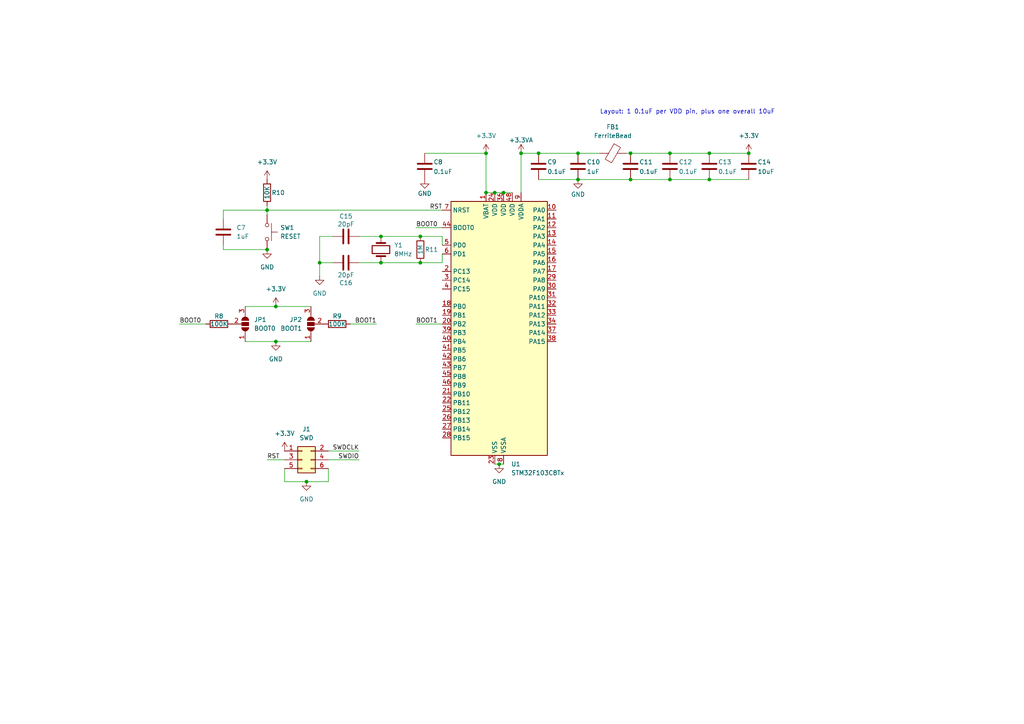
<source format=kicad_sch>
(kicad_sch (version 20231120) (generator "eeschema") (generator_version "8.0")
  (paper "A4")
  (lib_symbols
    (symbol "Connector_Generic:Conn_02x03_Odd_Even" (pin_names (offset 1.016) hide)
      (property "Reference" "J" (at 1.27 5.08 0))
      (property "Value" "Conn_02x03_Odd_Even" (at 1.27 -5.08 0))
      (symbol "Conn_02x03_Odd_Even_1_1"
        (rectangle (start -1.27 -2.413) (end 0 -2.667) (stroke (width 0.1524)))
        (rectangle (start -1.27 0.127) (end 0 -0.127) (stroke (width 0.1524)))
        (rectangle (start -1.27 2.667) (end 0 2.413) (stroke (width 0.1524)))
        (rectangle (start -1.27 3.81) (end 3.81 -3.81) (stroke (width 0.254)) (fill (type background)))
        (rectangle (start 3.81 -2.413) (end 2.54 -2.667) (stroke (width 0.1524)))
        (rectangle (start 3.81 0.127) (end 2.54 -0.127) (stroke (width 0.1524)))
        (rectangle (start 3.81 2.667) (end 2.54 2.413) (stroke (width 0.1524)))
        (pin passive line (at -5.08 2.54 0) (length 3.81) (name "Pin_1") (number "1"))
        (pin passive line (at 7.62 2.54 180) (length 3.81) (name "Pin_2") (number "2"))
        (pin passive line (at -5.08 0 0) (length 3.81) (name "Pin_3") (number "3"))
        (pin passive line (at 7.62 0 180) (length 3.81) (name "Pin_4") (number "4"))
        (pin passive line (at -5.08 -2.54 0) (length 3.81) (name "Pin_5") (number "5"))
        (pin passive line (at 7.62 -2.54 180) (length 3.81) (name "Pin_6") (number "6"))
      )
    )
    (symbol "Device:C" (pin_numbers hide) (pin_names (offset 0.254))
      (property "Reference" "C" (at 0.635 2.54 0))
      (property "Value" "C" (at 0.635 -2.54 0))
      (symbol "C_0_1"
        (polyline (pts (xy -2.032 -0.762) (xy 2.032 -0.762)) (stroke (width 0.508)))
        (polyline (pts (xy -2.032 0.762) (xy 2.032 0.762)) (stroke (width 0.508)))
      )
      (symbol "C_1_1"
        (pin passive line (at 0 3.81 270) (length 2.794) (name "~") (number "1"))
        (pin passive line (at 0 -3.81 90) (length 2.794) (name "~") (number "2"))
      )
    )
    (symbol "Device:Crystal" (pin_numbers hide) (pin_names (offset 1.016) hide)
      (property "Reference" "Y" (at 0 3.81 0))
      (property "Value" "Crystal" (at 0 -3.81 0))
      (symbol "Crystal_0_1"
        (rectangle (start -1.143 2.54) (end 1.143 -2.54) (stroke (width 0.3048)))
        (polyline (pts (xy -2.54 0) (xy -1.905 0)))
        (polyline (pts (xy -1.905 -1.27) (xy -1.905 1.27)) (stroke (width 0.508)))
        (polyline (pts (xy 1.905 -1.27) (xy 1.905 1.27)) (stroke (width 0.508)))
        (polyline (pts (xy 2.54 0) (xy 1.905 0)))
      )
      (symbol "Crystal_1_1"
        (pin passive line (at -3.81 0 0) (length 1.27) (name "1") (number "1"))
        (pin passive line (at 3.81 0 180) (length 1.27) (name "2") (number "2"))
      )
    )
    (symbol "Device:FerriteBead" (pin_numbers hide) (pin_names (offset 0))
      (property "Reference" "FB" (at -3.81 0.635 90))
      (property "Value" "FerriteBead" (at 3.81 0 90))
      (symbol "FerriteBead_0_1"
        (polyline (pts (xy 0 -1.27) (xy 0 -1.2192)))
        (polyline (pts (xy 0 1.27) (xy 0 1.2954)))
        (polyline (pts (xy -2.7686 0.4064) (xy -1.7018 2.2606) (xy 2.7686 -0.3048) (xy 1.6764 -2.159) (xy -2.7686 0.4064)))
      )
      (symbol "FerriteBead_1_1"
        (pin passive line (at 0 3.81 270) (length 2.54) (name "~") (number "1"))
        (pin passive line (at 0 -3.81 90) (length 2.54) (name "~") (number "2"))
      )
    )
    (symbol "Device:R" (pin_numbers hide) (pin_names (offset 0))
      (property "Reference" "R" (at 2.032 0 90))
      (property "Value" "R" (at 0 0 90))
      (symbol "R_0_1"
        (rectangle (start -1.016 -2.54) (end 1.016 2.54) (stroke (width 0.254)))
      )
      (symbol "R_1_1"
        (pin passive line (at 0 3.81 270) (length 1.27) (name "~") (number "1"))
        (pin passive line (at 0 -3.81 90) (length 1.27) (name "~") (number "2"))
      )
    )
    (symbol "Jumper:SolderJumper_3_Open" (pin_names (offset 0) hide)
      (property "Reference" "JP" (at -2.54 -2.54 0))
      (property "Value" "SolderJumper_3_Open" (at 0 2.794 0))
      (symbol "SolderJumper_3_Open_0_1"
        (arc (start -1.016 1.016) (mid -2.0276 0) (end -1.016 -1.016))
        (arc (start -1.016 1.016) (mid -2.0276 0) (end -1.016 -1.016) (fill (type outline)))
        (rectangle (start -0.508 1.016) (end 0.508 -1.016) (fill (type outline)))
        (polyline (pts (xy -2.54 0) (xy -2.032 0)))
        (polyline (pts (xy -1.016 1.016) (xy -1.016 -1.016)))
        (polyline (pts (xy 0 -1.27) (xy 0 -1.016)))
        (polyline (pts (xy 1.016 1.016) (xy 1.016 -1.016)))
        (polyline (pts (xy 2.54 0) (xy 2.032 0)))
        (arc (start 1.016 -1.016) (mid 2.0276 0) (end 1.016 1.016))
        (arc (start 1.016 -1.016) (mid 2.0276 0) (end 1.016 1.016) (fill (type outline)))
      )
      (symbol "SolderJumper_3_Open_1_1"
        (pin passive line (at -5.08 0 0) (length 2.54) (name "A") (number "1"))
        (pin passive line (at 0 -3.81 90) (length 2.54) (name "C") (number "2"))
        (pin passive line (at 5.08 0 180) (length 2.54) (name "B") (number "3"))
      )
    )
    (symbol "MCU_ST_STM32F1:STM32F103C8Tx"
      (property "Reference" "U" (at -12.7 39.37 0))
      (property "Value" "STM32F103C8Tx" (at 10.16 39.37 0))
      (symbol "STM32F103C8Tx_0_1"
        (rectangle (start -12.7 -35.56) (end 15.24 38.1) (stroke (width 0.254)) (fill (type background)))
      )
      (symbol "STM32F103C8Tx_1_1"
        (pin power_in line (at -2.54 40.64 270) (length 2.54) (name "VBAT") (number "1"))
        (pin bidirectional line (at 17.78 35.56 180) (length 2.54) (name "PA0") (number "10"))
        (pin bidirectional line (at 17.78 33.02 180) (length 2.54) (name "PA1") (number "11"))
        (pin bidirectional line (at 17.78 30.48 180) (length 2.54) (name "PA2") (number "12"))
        (pin bidirectional line (at 17.78 27.94 180) (length 2.54) (name "PA3") (number "13"))
        (pin bidirectional line (at 17.78 25.4 180) (length 2.54) (name "PA4") (number "14"))
        (pin bidirectional line (at 17.78 22.86 180) (length 2.54) (name "PA5") (number "15"))
        (pin bidirectional line (at 17.78 20.32 180) (length 2.54) (name "PA6") (number "16"))
        (pin bidirectional line (at 17.78 17.78 180) (length 2.54) (name "PA7") (number "17"))
        (pin bidirectional line (at -15.24 7.62 0) (length 2.54) (name "PB0") (number "18"))
        (pin bidirectional line (at -15.24 5.08 0) (length 2.54) (name "PB1") (number "19"))
        (pin bidirectional line (at -15.24 17.78 0) (length 2.54) (name "PC13") (number "2"))
        (pin bidirectional line (at -15.24 2.54 0) (length 2.54) (name "PB2") (number "20"))
        (pin bidirectional line (at -15.24 -17.78 0) (length 2.54) (name "PB10") (number "21"))
        (pin bidirectional line (at -15.24 -20.32 0) (length 2.54) (name "PB11") (number "22"))
        (pin power_in line (at 0 -38.1 90) (length 2.54) (name "VSS") (number "23"))
        (pin power_in line (at 0 40.64 270) (length 2.54) (name "VDD") (number "24"))
        (pin bidirectional line (at -15.24 -22.86 0) (length 2.54) (name "PB12") (number "25"))
        (pin bidirectional line (at -15.24 -25.4 0) (length 2.54) (name "PB13") (number "26"))
        (pin bidirectional line (at -15.24 -27.94 0) (length 2.54) (name "PB14") (number "27"))
        (pin bidirectional line (at -15.24 -30.48 0) (length 2.54) (name "PB15") (number "28"))
        (pin bidirectional line (at 17.78 15.24 180) (length 2.54) (name "PA8") (number "29"))
        (pin bidirectional line (at -15.24 15.24 0) (length 2.54) (name "PC14") (number "3"))
        (pin bidirectional line (at 17.78 12.7 180) (length 2.54) (name "PA9") (number "30"))
        (pin bidirectional line (at 17.78 10.16 180) (length 2.54) (name "PA10") (number "31"))
        (pin bidirectional line (at 17.78 7.62 180) (length 2.54) (name "PA11") (number "32"))
        (pin bidirectional line (at 17.78 5.08 180) (length 2.54) (name "PA12") (number "33"))
        (pin bidirectional line (at 17.78 2.54 180) (length 2.54) (name "PA13") (number "34"))
        (pin passive line (at 0 -38.1 90) (length 2.54) hide (name "VSS") (number "35"))
        (pin power_in line (at 2.54 40.64 270) (length 2.54) (name "VDD") (number "36"))
        (pin bidirectional line (at 17.78 0 180) (length 2.54) (name "PA14") (number "37"))
        (pin bidirectional line (at 17.78 -2.54 180) (length 2.54) (name "PA15") (number "38"))
        (pin bidirectional line (at -15.24 0 0) (length 2.54) (name "PB3") (number "39"))
        (pin bidirectional line (at -15.24 12.7 0) (length 2.54) (name "PC15") (number "4"))
        (pin bidirectional line (at -15.24 -2.54 0) (length 2.54) (name "PB4") (number "40"))
        (pin bidirectional line (at -15.24 -5.08 0) (length 2.54) (name "PB5") (number "41"))
        (pin bidirectional line (at -15.24 -7.62 0) (length 2.54) (name "PB6") (number "42"))
        (pin bidirectional line (at -15.24 -10.16 0) (length 2.54) (name "PB7") (number "43"))
        (pin input line (at -15.24 30.48 0) (length 2.54) (name "BOOT0") (number "44"))
        (pin bidirectional line (at -15.24 -12.7 0) (length 2.54) (name "PB8") (number "45"))
        (pin bidirectional line (at -15.24 -15.24 0) (length 2.54) (name "PB9") (number "46"))
        (pin passive line (at 0 -38.1 90) (length 2.54) hide (name "VSS") (number "47"))
        (pin power_in line (at 5.08 40.64 270) (length 2.54) (name "VDD") (number "48"))
        (pin bidirectional line (at -15.24 25.4 0) (length 2.54) (name "PD0") (number "5"))
        (pin bidirectional line (at -15.24 22.86 0) (length 2.54) (name "PD1") (number "6"))
        (pin input line (at -15.24 35.56 0) (length 2.54) (name "NRST") (number "7"))
        (pin power_in line (at 2.54 -38.1 90) (length 2.54) (name "VSSA") (number "8"))
        (pin power_in line (at 7.62 40.64 270) (length 2.54) (name "VDDA") (number "9"))
      )
    )
    (symbol "Switch:SW_Push" (pin_numbers hide) (pin_names (offset 1.016) hide)
      (property "Reference" "SW" (at 1.27 2.54 0))
      (property "Value" "SW_Push" (at 0 -1.524 0))
      (symbol "SW_Push_0_1"
        (circle (center -2.032 0) (radius 0.508))
        (polyline (pts (xy 0 1.27) (xy 0 3.048)))
        (polyline (pts (xy 2.54 1.27) (xy -2.54 1.27)))
        (circle (center 2.032 0) (radius 0.508))
        (pin passive line (at -5.08 0 0) (length 2.54) (name "1") (number "1"))
        (pin passive line (at 5.08 0 180) (length 2.54) (name "2") (number "2"))
      )
    )
    (symbol "power:+3.3V" (power) (pin_numbers hide) (pin_names (offset 0) hide)
      (property "Value" "+3.3V" (at 0 3.556 0))
      (symbol "+3.3V_0_1"
        (polyline (pts (xy -0.762 1.27) (xy 0 2.54)))
        (polyline (pts (xy 0 0) (xy 0 2.54)))
        (polyline (pts (xy 0 2.54) (xy 0.762 1.27)))
      )
      (symbol "+3.3V_1_1"
        (pin power_in line (at 0 0 90) (length 0) (name "~") (number "1"))
      )
    )
    (symbol "power:+3.3VA" (power) (pin_numbers hide) (pin_names (offset 0) hide)
      (property "Value" "+3.3VA" (at 0 3.556 0))
      (symbol "+3.3VA_0_1"
        (polyline (pts (xy -0.762 1.27) (xy 0 2.54)))
        (polyline (pts (xy 0 0) (xy 0 2.54)))
        (polyline (pts (xy 0 2.54) (xy 0.762 1.27)))
      )
      (symbol "+3.3VA_1_1"
        (pin power_in line (at 0 0 90) (length 0) (name "~") (number "1"))
      )
    )
    (symbol "power:GND" (power) (pin_numbers hide) (pin_names (offset 0) hide)
      (property "Value" "GND" (at 0 -3.81 0))
      (symbol "GND_0_1"
        (polyline (pts (xy 0 0) (xy 0 -1.27) (xy 1.27 -1.27) (xy 0 -2.54) (xy -1.27 -1.27) (xy 0 -1.27)))
      )
      (symbol "GND_1_1"
        (pin power_in line (at 0 0 270) (length 0) (name "~") (number "1"))
      )
    )
  )
  (junction (at 194.31 44.45))
  (junction (at 194.31 52.07))
  (junction (at 167.64 44.45))
  (junction (at 140.97 44.45))
  (junction (at 140.97 55.88))
  (junction (at 156.21 44.45))
  (junction (at 121.92 76.2))
  (junction (at 205.74 44.45))
  (junction (at 121.92 68.58))
  (junction (at 80.01 88.9))
  (junction (at 92.71 76.2))
  (junction (at 110.49 68.58))
  (junction (at 77.47 60.96))
  (junction (at 205.74 52.07))
  (junction (at 80.01 99.06))
  (junction (at 167.64 52.07))
  (junction (at 88.9 139.7))
  (junction (at 217.17 44.45))
  (junction (at 151.13 44.45))
  (junction (at 77.47 72.39))
  (junction (at 110.49 76.2))
  (junction (at 182.88 52.07))
  (junction (at 146.05 55.88))
  (junction (at 182.88 44.45))
  (junction (at 144.78 134.62))
  (junction (at 143.51 55.88))
  (wire (pts (xy 95.25 130.81) (xy 104.14 130.81)))
  (wire (pts (xy 104.14 68.58) (xy 110.49 68.58)))
  (wire (pts (xy 80.01 99.06) (xy 90.17 99.06)))
  (wire (pts (xy 64.77 71.12) (xy 64.77 72.39)))
  (wire (pts (xy 146.05 55.88) (xy 148.59 55.88)))
  (wire (pts (xy 194.31 44.45) (xy 205.74 44.45)))
  (wire (pts (xy 80.01 88.9) (xy 90.17 88.9)))
  (wire (pts (xy 77.47 133.35) (xy 82.55 133.35)))
  (wire (pts (xy 140.97 44.45) (xy 123.19 44.45)))
  (wire (pts (xy 156.21 44.45) (xy 167.64 44.45)))
  (wire (pts (xy 205.74 52.07) (xy 217.17 52.07)))
  (wire (pts (xy 151.13 44.45) (xy 151.13 55.88)))
  (wire (pts (xy 121.92 68.58) (xy 128.27 68.58)))
  (wire (pts (xy 182.88 44.45) (xy 194.31 44.45)))
  (wire (pts (xy 167.64 52.07) (xy 182.88 52.07)))
  (wire (pts (xy 120.65 66.04) (xy 128.27 66.04)))
  (wire (pts (xy 143.51 55.88) (xy 146.05 55.88)))
  (wire (pts (xy 144.78 134.62) (xy 146.05 134.62)))
  (wire (pts (xy 120.65 93.98) (xy 128.27 93.98)))
  (wire (pts (xy 95.25 135.89) (xy 95.25 139.7)))
  (wire (pts (xy 77.47 60.96) (xy 128.27 60.96)))
  (wire (pts (xy 181.61 44.45) (xy 182.88 44.45)))
  (wire (pts (xy 151.13 44.45) (xy 156.21 44.45)))
  (wire (pts (xy 92.71 68.58) (xy 92.71 76.2)))
  (wire (pts (xy 95.25 139.7) (xy 88.9 139.7)))
  (wire (pts (xy 64.77 60.96) (xy 77.47 60.96)))
  (wire (pts (xy 121.92 76.2) (xy 128.27 76.2)))
  (wire (pts (xy 92.71 76.2) (xy 96.52 76.2)))
  (wire (pts (xy 92.71 76.2) (xy 92.71 80.01)))
  (wire (pts (xy 109.22 93.98) (xy 101.6 93.98)))
  (wire (pts (xy 156.21 52.07) (xy 167.64 52.07)))
  (wire (pts (xy 52.07 93.98) (xy 59.69 93.98)))
  (wire (pts (xy 104.14 76.2) (xy 110.49 76.2)))
  (wire (pts (xy 110.49 76.2) (xy 121.92 76.2)))
  (wire (pts (xy 140.97 55.88) (xy 140.97 44.45)))
  (wire (pts (xy 82.55 139.7) (xy 82.55 135.89)))
  (wire (pts (xy 128.27 76.2) (xy 128.27 73.66)))
  (wire (pts (xy 110.49 68.58) (xy 121.92 68.58)))
  (wire (pts (xy 140.97 55.88) (xy 143.51 55.88)))
  (wire (pts (xy 77.47 60.96) (xy 77.47 59.69)))
  (wire (pts (xy 205.74 44.45) (xy 217.17 44.45)))
  (wire (pts (xy 71.12 88.9) (xy 80.01 88.9)))
  (wire (pts (xy 88.9 139.7) (xy 82.55 139.7)))
  (wire (pts (xy 95.25 133.35) (xy 104.14 133.35)))
  (wire (pts (xy 64.77 63.5) (xy 64.77 60.96)))
  (wire (pts (xy 194.31 52.07) (xy 205.74 52.07)))
  (wire (pts (xy 182.88 52.07) (xy 194.31 52.07)))
  (wire (pts (xy 128.27 68.58) (xy 128.27 71.12)))
  (wire (pts (xy 77.47 60.96) (xy 77.47 62.23)))
  (wire (pts (xy 71.12 99.06) (xy 80.01 99.06)))
  (wire (pts (xy 64.77 72.39) (xy 77.47 72.39)))
  (wire (pts (xy 167.64 44.45) (xy 173.99 44.45)))
  (wire (pts (xy 96.52 68.58) (xy 92.71 68.58)))
  (wire (pts (xy 143.51 134.62) (xy 144.78 134.62)))
  (text "Layout: 1 0.1uF per VDD pin, plus one overall 10uF" (at 199.39 32.512 0) (effects (font (size 1.27 1.27))))
  (label "SWDIO" (at 104.14 133.35 180))
  (label "BOOT0" (at 52.07 93.98 0))
  (label "BOOT1" (at 120.65 93.98 0))
  (label "BOOT0" (at 120.65 66.04 0))
  (label "RST" (at 128.27 60.96 180))
  (label "BOOT1" (at 109.22 93.98 180))
  (label "RST" (at 77.47 133.35 0))
  (label "SWDCLK" (at 104.14 130.81 180))
  (symbol (lib_id "Device:FerriteBead") (at 177.8 44.45 90) (unit 1)
    (property "Reference" "FB1" (at 177.7492 36.83 90))
    (property "Value" "FerriteBead" (at 177.7492 39.37 90))
    (property "Description" "Ferrite bead" (effects (hide yes)))
  )
  (symbol (lib_id "Device:C") (at 64.77 67.31 0) (unit 1)
    (property "Reference" "C7" (at 68.58 66.0399 0) (effects (justify left)))
    (property "Value" "1uF" (at 68.58 68.5799 0) (effects (justify left)))
    (property "Description" "Unpolarized capacitor" (effects (hide yes)))
  )
  (symbol (lib_id "Device:C") (at 194.31 48.26 0) (unit 1)
    (property "Reference" "C12" (at 196.85 46.99 0) (effects (justify left)))
    (property "Value" "0.1uF" (at 196.85 49.784 0) (effects (justify left)))
    (property "Description" "Unpolarized capacitor" (effects (hide yes)))
  )
  (symbol (lib_id "Device:R") (at 97.79 93.98 90) (unit 1)
    (property "Reference" "R9" (at 97.79 91.694 90))
    (property "Value" "100K" (at 97.79 93.98 90))
    (property "Description" "Resistor" (effects (hide yes)))
  )
  (symbol (lib_id "power:GND") (at 80.01 99.06 0) (unit 1)
    (property "Reference" "#PWR018" (effects (hide yes)))
    (property "Value" "GND" (at 80.01 104.14 0))
    (property "Description" "Power symbol creates a global label with name \"GND\" , ground" (effects (hide yes)))
  )
  (symbol (lib_id "Device:C") (at 182.88 48.26 0) (unit 1)
    (property "Reference" "C11" (at 185.42 46.99 0) (effects (justify left)))
    (property "Value" "0.1uF" (at 185.42 49.784 0) (effects (justify left)))
    (property "Description" "Unpolarized capacitor" (effects (hide yes)))
  )
  (symbol (lib_id "power:GND") (at 77.47 72.39 0) (unit 1)
    (property "Reference" "#PWR022" (effects (hide yes)))
    (property "Value" "GND" (at 77.47 77.47 0))
    (property "Description" "Power symbol creates a global label with name \"GND\" , ground" (effects (hide yes)))
  )
  (symbol (lib_id "Device:C") (at 156.21 48.26 0) (unit 1)
    (property "Reference" "C9" (at 158.75 46.99 0) (effects (justify left)))
    (property "Value" "0.1uF" (at 158.75 49.784 0) (effects (justify left)))
    (property "Description" "Unpolarized capacitor" (effects (hide yes)))
  )
  (symbol (lib_id "power:GND") (at 123.19 52.07 0) (unit 1)
    (property "Reference" "#PWR023" (effects (hide yes)))
    (property "Value" "GND" (at 123.19 56.134 0))
    (property "Description" "Power symbol creates a global label with name \"GND\" , ground" (effects (hide yes)))
  )
  (symbol (lib_id "MCU_ST_STM32F1:STM32F103C8Tx") (at 143.51 96.52 0) (unit 1)
    (property "Reference" "U1" (at 148.2441 134.62 0) (effects (justify left)))
    (property "Value" "STM32F103C8Tx" (at 148.2441 137.16 0) (effects (justify left)))
    (property "Footprint" "Package_QFP:LQFP-48_7x7mm_P0.5mm" (effects (hide yes)))
    (property "Datasheet" "https://www.st.com/resource/en/datasheet/stm32f103c8.pdf" (effects (hide yes)))
    (property "Description" "STMicroelectronics Arm Cortex-M3 MCU, 64KB flash, 20KB RAM, 72 MHz, 2.0-3.6V, 37 GPIO, LQFP48" (effects (hide yes)))
  )
  (symbol (lib_id "Device:C") (at 217.17 48.26 0) (unit 1)
    (property "Reference" "C14" (at 219.71 46.99 0) (effects (justify left)))
    (property "Value" "10uF" (at 219.71 49.784 0) (effects (justify left)))
    (property "Description" "Unpolarized capacitor" (effects (hide yes)))
  )
  (symbol (lib_id "power:+3.3V") (at 82.55 130.81 0) (unit 1)
    (property "Reference" "#PWR019" (effects (hide yes)))
    (property "Value" "+3.3V" (at 82.55 125.73 0))
    (property "Description" "Power symbol creates a global label with name \"+3.3V\"" (effects (hide yes)))
  )
  (symbol (lib_id "Device:C") (at 205.74 48.26 0) (unit 1)
    (property "Reference" "C13" (at 208.28 46.99 0) (effects (justify left)))
    (property "Value" "0.1uF" (at 208.28 49.784 0) (effects (justify left)))
    (property "Description" "Unpolarized capacitor" (effects (hide yes)))
  )
  (symbol (lib_id "power:+3.3VA") (at 151.13 44.45 0) (unit 1)
    (property "Reference" "#PWR026" (effects (hide yes)))
    (property "Value" "+3.3VA" (at 151.13 40.64 0))
    (property "Description" "Power symbol creates a global label with name \"+3.3VA\"" (effects (hide yes)))
  )
  (symbol (lib_id "power:GND") (at 167.64 52.07 0) (unit 1)
    (property "Reference" "#PWR027" (effects (hide yes)))
    (property "Value" "GND" (at 167.64 56.388 0))
    (property "Description" "Power symbol creates a global label with name \"GND\" , ground" (effects (hide yes)))
  )
  (symbol (lib_id "power:+3.3V") (at 140.97 44.45 0) (unit 1)
    (property "Reference" "#PWR024" (effects (hide yes)))
    (property "Value" "+3.3V" (at 140.97 39.37 0))
    (property "Description" "Power symbol creates a global label with name \"+3.3V\"" (effects (hide yes)))
  )
  (symbol (lib_id "power:+3.3V") (at 80.01 88.9 0) (unit 1)
    (property "Reference" "#PWR017" (effects (hide yes)))
    (property "Value" "+3.3V" (at 80.01 83.82 0))
    (property "Description" "Power symbol creates a global label with name \"+3.3V\"" (effects (hide yes)))
  )
  (symbol (lib_id "Device:R") (at 77.47 55.88 0) (unit 1)
    (property "Reference" "R10" (at 78.74 55.88 0) (effects (justify left)))
    (property "Value" "10K" (at 77.47 55.88 90))
    (property "Description" "Resistor" (effects (hide yes)))
  )
  (symbol (lib_id "power:GND") (at 144.78 134.62 0) (unit 1)
    (property "Reference" "#PWR025" (effects (hide yes)))
    (property "Value" "GND" (at 144.78 139.7 0))
    (property "Description" "Power symbol creates a global label with name \"GND\" , ground" (effects (hide yes)))
  )
  (symbol (lib_id "power:GND") (at 92.71 80.01 0) (unit 1)
    (property "Reference" "#PWR029" (effects (hide yes)))
    (property "Value" "GND" (at 92.71 85.09 0))
    (property "Description" "Power symbol creates a global label with name \"GND\" , ground" (effects (hide yes)))
  )
  (symbol (lib_id "Device:R") (at 63.5 93.98 90) (unit 1)
    (property "Reference" "R8" (at 63.5 91.694 90))
    (property "Value" "100K" (at 63.5 93.98 90))
    (property "Description" "Resistor" (effects (hide yes)))
  )
  (symbol (lib_id "Switch:SW_Push") (at 77.47 67.31 270) (unit 1)
    (property "Reference" "SW1" (at 81.28 66.0399 90) (effects (justify left)))
    (property "Value" "RESET" (at 81.28 68.5799 90) (effects (justify left)))
    (property "Description" "Push button switch, generic, two pins" (effects (hide yes)))
  )
  (symbol (lib_id "Device:C") (at 167.64 48.26 0) (unit 1)
    (property "Reference" "C10" (at 170.18 46.99 0) (effects (justify left)))
    (property "Value" "1uF" (at 170.18 49.784 0) (effects (justify left)))
    (property "Description" "Unpolarized capacitor" (effects (hide yes)))
  )
  (symbol (lib_id "Device:Crystal") (at 110.49 72.39 90) (unit 1)
    (property "Reference" "Y1" (at 114.3 71.1199 90) (effects (justify right)))
    (property "Value" "8MHz" (at 114.3 73.6599 90) (effects (justify right)))
    (property "Description" "Two pin crystal" (effects (hide yes)))
  )
  (symbol (lib_id "Device:C") (at 100.33 76.2 270) (unit 1)
    (property "Reference" "C16" (at 100.33 82.042 90))
    (property "Value" "20pF" (at 100.33 79.756 90))
    (property "Description" "Unpolarized capacitor" (effects (hide yes)))
  )
  (symbol (lib_id "Jumper:SolderJumper_3_Open") (at 71.12 93.98 270) (mirror x) (unit 1)
    (property "Reference" "JP1" (at 73.66 92.7099 90) (effects (justify left)))
    (property "Value" "BOOT0" (at 73.66 95.2499 90) (effects (justify left)))
    (property "Description" "Solder Jumper, 3-pole, open" (effects (hide yes)))
  )
  (symbol (lib_id "power:+3.3V") (at 77.47 52.07 0) (unit 1)
    (property "Reference" "#PWR021" (effects (hide yes)))
    (property "Value" "+3.3V" (at 77.47 46.99 0))
    (property "Description" "Power symbol creates a global label with name \"+3.3V\"" (effects (hide yes)))
  )
  (symbol (lib_id "Device:C") (at 100.33 68.58 90) (unit 1)
    (property "Reference" "C15" (at 100.33 62.738 90))
    (property "Value" "20pF" (at 100.33 65.024 90))
    (property "Description" "Unpolarized capacitor" (effects (hide yes)))
  )
  (symbol (lib_id "power:+3.3V") (at 217.17 44.45 0) (unit 1)
    (property "Reference" "#PWR028" (effects (hide yes)))
    (property "Value" "+3.3V" (at 217.17 39.37 0))
    (property "Description" "Power symbol creates a global label with name \"+3.3V\"" (effects (hide yes)))
  )
  (symbol (lib_id "Device:R") (at 121.92 72.39 0) (unit 1)
    (property "Reference" "R11" (at 123.19 72.39 0) (effects (justify left)))
    (property "Value" "1M" (at 121.92 72.39 90))
    (property "Description" "Resistor" (effects (hide yes)))
  )
  (symbol (lib_id "Connector_Generic:Conn_02x03_Odd_Even") (at 87.63 133.35 0) (unit 1)
    (property "Reference" "J1" (at 88.9 124.46 0))
    (property "Value" "SWD" (at 88.9 127 0))
    (property "Footprint" "Connector_PinHeader_2.54mm:PinHeader_2x03_P2.54mm_Vertical_SMD" (effects (hide yes)))
    (property "Description" "Generic connector, double row, 02x03, odd/even pin numbering scheme (row 1 odd numbers, row 2 even numbers), script generated (kicad-library-utils/schlib/autogen/connector/)" (effects (hide yes)))
  )
  (symbol (lib_id "power:GND") (at 88.9 139.7 0) (unit 1)
    (property "Reference" "#PWR020" (effects (hide yes)))
    (property "Value" "GND" (at 88.9 144.78 0))
    (property "Description" "Power symbol creates a global label with name \"GND\" , ground" (effects (hide yes)))
  )
  (symbol (lib_id "Device:C") (at 123.19 48.26 0) (unit 1)
    (property "Reference" "C8" (at 125.73 46.99 0) (effects (justify left)))
    (property "Value" "0.1uF" (at 125.73 49.784 0) (effects (justify left)))
    (property "Description" "Unpolarized capacitor" (effects (hide yes)))
  )
  (symbol (lib_id "Jumper:SolderJumper_3_Open") (at 90.17 93.98 90) (unit 1)
    (property "Reference" "JP2" (at 87.63 92.7099 90) (effects (justify left)))
    (property "Value" "BOOT1" (at 87.63 95.2499 90) (effects (justify left)))
    (property "Description" "Solder Jumper, 3-pole, open" (effects (hide yes)))
  )
)
</source>
